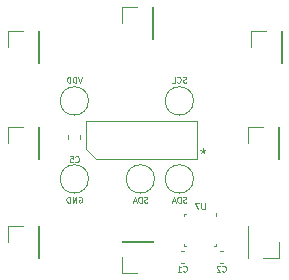
<source format=gbr>
%TF.GenerationSoftware,KiCad,Pcbnew,(5.1.10)-1*%
%TF.CreationDate,2023-09-10T10:41:42-05:00*%
%TF.ProjectId,perovskite_contact_board,7065726f-7673-46b6-9974-655f636f6e74,V3*%
%TF.SameCoordinates,Original*%
%TF.FileFunction,Legend,Bot*%
%TF.FilePolarity,Positive*%
%FSLAX46Y46*%
G04 Gerber Fmt 4.6, Leading zero omitted, Abs format (unit mm)*
G04 Created by KiCad (PCBNEW (5.1.10)-1) date 2023-09-10 10:41:42*
%MOMM*%
%LPD*%
G01*
G04 APERTURE LIST*
%ADD10C,0.100000*%
%ADD11C,0.120000*%
G04 APERTURE END LIST*
D10*
X163421142Y-115772380D02*
X163349714Y-115796190D01*
X163230666Y-115796190D01*
X163183047Y-115772380D01*
X163159238Y-115748571D01*
X163135428Y-115700952D01*
X163135428Y-115653333D01*
X163159238Y-115605714D01*
X163183047Y-115581904D01*
X163230666Y-115558095D01*
X163325904Y-115534285D01*
X163373523Y-115510476D01*
X163397333Y-115486666D01*
X163421142Y-115439047D01*
X163421142Y-115391428D01*
X163397333Y-115343809D01*
X163373523Y-115320000D01*
X163325904Y-115296190D01*
X163206857Y-115296190D01*
X163135428Y-115320000D01*
X162921142Y-115796190D02*
X162921142Y-115296190D01*
X162802095Y-115296190D01*
X162730666Y-115320000D01*
X162683047Y-115367619D01*
X162659238Y-115415238D01*
X162635428Y-115510476D01*
X162635428Y-115581904D01*
X162659238Y-115677142D01*
X162683047Y-115724761D01*
X162730666Y-115772380D01*
X162802095Y-115796190D01*
X162921142Y-115796190D01*
X162444952Y-115653333D02*
X162206857Y-115653333D01*
X162492571Y-115796190D02*
X162325904Y-115296190D01*
X162159238Y-115796190D01*
X168084500Y-111212380D02*
X168084500Y-111450476D01*
X168322595Y-111355238D02*
X168084500Y-111450476D01*
X167846404Y-111355238D01*
X168227357Y-111640952D02*
X168084500Y-111450476D01*
X167941642Y-111640952D01*
X157606952Y-115320000D02*
X157654571Y-115296190D01*
X157726000Y-115296190D01*
X157797428Y-115320000D01*
X157845047Y-115367619D01*
X157868857Y-115415238D01*
X157892666Y-115510476D01*
X157892666Y-115581904D01*
X157868857Y-115677142D01*
X157845047Y-115724761D01*
X157797428Y-115772380D01*
X157726000Y-115796190D01*
X157678380Y-115796190D01*
X157606952Y-115772380D01*
X157583142Y-115748571D01*
X157583142Y-115581904D01*
X157678380Y-115581904D01*
X157368857Y-115796190D02*
X157368857Y-115296190D01*
X157083142Y-115796190D01*
X157083142Y-115296190D01*
X156845047Y-115796190D02*
X156845047Y-115296190D01*
X156726000Y-115296190D01*
X156654571Y-115320000D01*
X156606952Y-115367619D01*
X156583142Y-115415238D01*
X156559333Y-115510476D01*
X156559333Y-115581904D01*
X156583142Y-115677142D01*
X156606952Y-115724761D01*
X156654571Y-115772380D01*
X156726000Y-115796190D01*
X156845047Y-115796190D01*
X157892666Y-105136190D02*
X157726000Y-105636190D01*
X157559333Y-105136190D01*
X157392666Y-105636190D02*
X157392666Y-105136190D01*
X157273619Y-105136190D01*
X157202190Y-105160000D01*
X157154571Y-105207619D01*
X157130761Y-105255238D01*
X157106952Y-105350476D01*
X157106952Y-105421904D01*
X157130761Y-105517142D01*
X157154571Y-105564761D01*
X157202190Y-105612380D01*
X157273619Y-105636190D01*
X157392666Y-105636190D01*
X156892666Y-105636190D02*
X156892666Y-105136190D01*
X156773619Y-105136190D01*
X156702190Y-105160000D01*
X156654571Y-105207619D01*
X156630761Y-105255238D01*
X156606952Y-105350476D01*
X156606952Y-105421904D01*
X156630761Y-105517142D01*
X156654571Y-105564761D01*
X156702190Y-105612380D01*
X156773619Y-105636190D01*
X156892666Y-105636190D01*
X166711238Y-105612380D02*
X166639809Y-105636190D01*
X166520761Y-105636190D01*
X166473142Y-105612380D01*
X166449333Y-105588571D01*
X166425523Y-105540952D01*
X166425523Y-105493333D01*
X166449333Y-105445714D01*
X166473142Y-105421904D01*
X166520761Y-105398095D01*
X166616000Y-105374285D01*
X166663619Y-105350476D01*
X166687428Y-105326666D01*
X166711238Y-105279047D01*
X166711238Y-105231428D01*
X166687428Y-105183809D01*
X166663619Y-105160000D01*
X166616000Y-105136190D01*
X166496952Y-105136190D01*
X166425523Y-105160000D01*
X165925523Y-105588571D02*
X165949333Y-105612380D01*
X166020761Y-105636190D01*
X166068380Y-105636190D01*
X166139809Y-105612380D01*
X166187428Y-105564761D01*
X166211238Y-105517142D01*
X166235047Y-105421904D01*
X166235047Y-105350476D01*
X166211238Y-105255238D01*
X166187428Y-105207619D01*
X166139809Y-105160000D01*
X166068380Y-105136190D01*
X166020761Y-105136190D01*
X165949333Y-105160000D01*
X165925523Y-105183809D01*
X165473142Y-105636190D02*
X165711238Y-105636190D01*
X165711238Y-105136190D01*
X166723142Y-115772380D02*
X166651714Y-115796190D01*
X166532666Y-115796190D01*
X166485047Y-115772380D01*
X166461238Y-115748571D01*
X166437428Y-115700952D01*
X166437428Y-115653333D01*
X166461238Y-115605714D01*
X166485047Y-115581904D01*
X166532666Y-115558095D01*
X166627904Y-115534285D01*
X166675523Y-115510476D01*
X166699333Y-115486666D01*
X166723142Y-115439047D01*
X166723142Y-115391428D01*
X166699333Y-115343809D01*
X166675523Y-115320000D01*
X166627904Y-115296190D01*
X166508857Y-115296190D01*
X166437428Y-115320000D01*
X166223142Y-115796190D02*
X166223142Y-115296190D01*
X166104095Y-115296190D01*
X166032666Y-115320000D01*
X165985047Y-115367619D01*
X165961238Y-115415238D01*
X165937428Y-115510476D01*
X165937428Y-115581904D01*
X165961238Y-115677142D01*
X165985047Y-115724761D01*
X166032666Y-115772380D01*
X166104095Y-115796190D01*
X166223142Y-115796190D01*
X165746952Y-115653333D02*
X165508857Y-115653333D01*
X165794571Y-115796190D02*
X165627904Y-115296190D01*
X165461238Y-115796190D01*
D11*
%TO.C,JP103.2*%
X164014000Y-113792000D02*
G75*
G03*
X164014000Y-113792000I-1200000J0D01*
G01*
%TO.C,JP102.7*%
X163890000Y-99254000D02*
X163890000Y-101914000D01*
X163830000Y-99254000D02*
X163890000Y-99254000D01*
X163830000Y-101914000D02*
X163890000Y-101914000D01*
X163830000Y-99254000D02*
X163830000Y-101914000D01*
X162560000Y-99254000D02*
X161230000Y-99254000D01*
X161230000Y-99254000D02*
X161230000Y-100584000D01*
%TO.C,JP102.6*%
X171898000Y-120456000D02*
X171898000Y-117796000D01*
X171958000Y-120456000D02*
X171898000Y-120456000D01*
X171958000Y-117796000D02*
X171898000Y-117796000D01*
X171958000Y-120456000D02*
X171958000Y-117796000D01*
X173228000Y-120456000D02*
X174558000Y-120456000D01*
X174558000Y-120456000D02*
X174558000Y-119126000D01*
%TO.C,JP102.5*%
X174558000Y-109414000D02*
X174558000Y-112074000D01*
X174498000Y-109414000D02*
X174558000Y-109414000D01*
X174498000Y-112074000D02*
X174558000Y-112074000D01*
X174498000Y-109414000D02*
X174498000Y-112074000D01*
X173228000Y-109414000D02*
X171898000Y-109414000D01*
X171898000Y-109414000D02*
X171898000Y-110744000D01*
%TO.C,JP102.4*%
X174812000Y-101286000D02*
X174812000Y-103946000D01*
X174752000Y-101286000D02*
X174812000Y-101286000D01*
X174752000Y-103946000D02*
X174812000Y-103946000D01*
X174752000Y-101286000D02*
X174752000Y-103946000D01*
X173482000Y-101286000D02*
X172152000Y-101286000D01*
X172152000Y-101286000D02*
X172152000Y-102616000D01*
%TO.C,JP102.3*%
X154238000Y-101286000D02*
X154238000Y-103946000D01*
X154178000Y-101286000D02*
X154238000Y-101286000D01*
X154178000Y-103946000D02*
X154238000Y-103946000D01*
X154178000Y-101286000D02*
X154178000Y-103946000D01*
X152908000Y-101286000D02*
X151578000Y-101286000D01*
X151578000Y-101286000D02*
X151578000Y-102616000D01*
%TO.C,JP102.2*%
X154238000Y-109414000D02*
X154238000Y-112074000D01*
X154178000Y-109414000D02*
X154238000Y-109414000D01*
X154178000Y-112074000D02*
X154238000Y-112074000D01*
X154178000Y-109414000D02*
X154178000Y-112074000D01*
X152908000Y-109414000D02*
X151578000Y-109414000D01*
X151578000Y-109414000D02*
X151578000Y-110744000D01*
%TO.C,JP102.1*%
X154238000Y-117796000D02*
X154238000Y-120456000D01*
X154178000Y-117796000D02*
X154238000Y-117796000D01*
X154178000Y-120456000D02*
X154238000Y-120456000D01*
X154178000Y-117796000D02*
X154178000Y-120456000D01*
X152908000Y-117796000D02*
X151578000Y-117796000D01*
X151578000Y-117796000D02*
X151578000Y-119126000D01*
%TO.C,JP102.8*%
X161230000Y-119066000D02*
X163890000Y-119066000D01*
X161230000Y-119126000D02*
X161230000Y-119066000D01*
X163890000Y-119126000D02*
X163890000Y-119066000D01*
X161230000Y-119126000D02*
X163890000Y-119126000D01*
X161230000Y-120396000D02*
X161230000Y-121726000D01*
X161230000Y-121726000D02*
X162560000Y-121726000D01*
D10*
%TO.C,U7*%
X169244000Y-119470000D02*
X169094000Y-119470000D01*
X169244000Y-119460000D02*
X169244000Y-119310000D01*
X166544000Y-119460000D02*
X166544000Y-119310000D01*
X166544000Y-119460000D02*
X166694000Y-119460000D01*
X166694000Y-116760000D02*
X166544000Y-116760000D01*
X166544000Y-116760000D02*
X166544000Y-116910000D01*
X169244000Y-116910000D02*
X169244000Y-116660000D01*
D11*
%TO.C,C5*%
X156716000Y-110095420D02*
X156716000Y-110376580D01*
X157736000Y-110095420D02*
X157736000Y-110376580D01*
%TO.C,C2*%
X169531420Y-120906000D02*
X169812580Y-120906000D01*
X169531420Y-119886000D02*
X169812580Y-119886000D01*
%TO.C,C1*%
X166510580Y-119886000D02*
X166229420Y-119886000D01*
X166510580Y-120906000D02*
X166229420Y-120906000D01*
%TO.C,JP103.11*%
X167316000Y-107188000D02*
G75*
G03*
X167316000Y-107188000I-1200000J0D01*
G01*
%TO.C,JP103.10*%
X158426000Y-107188000D02*
G75*
G03*
X158426000Y-107188000I-1200000J0D01*
G01*
%TO.C,JP103.12*%
X167316000Y-113792000D02*
G75*
G03*
X167316000Y-113792000I-1200000J0D01*
G01*
%TO.C,JP103.1*%
X158426000Y-113792000D02*
G75*
G03*
X158426000Y-113792000I-1200000J0D01*
G01*
%TO.C,U6*%
X158241000Y-108905000D02*
X158241000Y-111275000D01*
X167641000Y-108905000D02*
X158241000Y-108905000D01*
X167641000Y-112075000D02*
X167641000Y-108905000D01*
X159041000Y-112075000D02*
X167641000Y-112075000D01*
X158241000Y-111275000D02*
X159041000Y-112075000D01*
%TO.C,U7*%
D10*
X168274952Y-115867690D02*
X168274952Y-116272452D01*
X168251142Y-116320071D01*
X168227333Y-116343880D01*
X168179714Y-116367690D01*
X168084476Y-116367690D01*
X168036857Y-116343880D01*
X168013047Y-116320071D01*
X167989238Y-116272452D01*
X167989238Y-115867690D01*
X167798761Y-115867690D02*
X167465428Y-115867690D01*
X167679714Y-116367690D01*
%TO.C,C5*%
X157309333Y-112319571D02*
X157333142Y-112343380D01*
X157404571Y-112367190D01*
X157452190Y-112367190D01*
X157523619Y-112343380D01*
X157571238Y-112295761D01*
X157595047Y-112248142D01*
X157618857Y-112152904D01*
X157618857Y-112081476D01*
X157595047Y-111986238D01*
X157571238Y-111938619D01*
X157523619Y-111891000D01*
X157452190Y-111867190D01*
X157404571Y-111867190D01*
X157333142Y-111891000D01*
X157309333Y-111914809D01*
X156856952Y-111867190D02*
X157095047Y-111867190D01*
X157118857Y-112105285D01*
X157095047Y-112081476D01*
X157047428Y-112057666D01*
X156928380Y-112057666D01*
X156880761Y-112081476D01*
X156856952Y-112105285D01*
X156833142Y-112152904D01*
X156833142Y-112271952D01*
X156856952Y-112319571D01*
X156880761Y-112343380D01*
X156928380Y-112367190D01*
X157047428Y-112367190D01*
X157095047Y-112343380D01*
X157118857Y-112319571D01*
%TO.C,C2*%
X169755333Y-121590571D02*
X169779142Y-121614380D01*
X169850571Y-121638190D01*
X169898190Y-121638190D01*
X169969619Y-121614380D01*
X170017238Y-121566761D01*
X170041047Y-121519142D01*
X170064857Y-121423904D01*
X170064857Y-121352476D01*
X170041047Y-121257238D01*
X170017238Y-121209619D01*
X169969619Y-121162000D01*
X169898190Y-121138190D01*
X169850571Y-121138190D01*
X169779142Y-121162000D01*
X169755333Y-121185809D01*
X169564857Y-121185809D02*
X169541047Y-121162000D01*
X169493428Y-121138190D01*
X169374380Y-121138190D01*
X169326761Y-121162000D01*
X169302952Y-121185809D01*
X169279142Y-121233428D01*
X169279142Y-121281047D01*
X169302952Y-121352476D01*
X169588666Y-121638190D01*
X169279142Y-121638190D01*
%TO.C,C1*%
X166453333Y-121590571D02*
X166477142Y-121614380D01*
X166548571Y-121638190D01*
X166596190Y-121638190D01*
X166667619Y-121614380D01*
X166715238Y-121566761D01*
X166739047Y-121519142D01*
X166762857Y-121423904D01*
X166762857Y-121352476D01*
X166739047Y-121257238D01*
X166715238Y-121209619D01*
X166667619Y-121162000D01*
X166596190Y-121138190D01*
X166548571Y-121138190D01*
X166477142Y-121162000D01*
X166453333Y-121185809D01*
X165977142Y-121638190D02*
X166262857Y-121638190D01*
X166120000Y-121638190D02*
X166120000Y-121138190D01*
X166167619Y-121209619D01*
X166215238Y-121257238D01*
X166262857Y-121281047D01*
%TD*%
M02*

</source>
